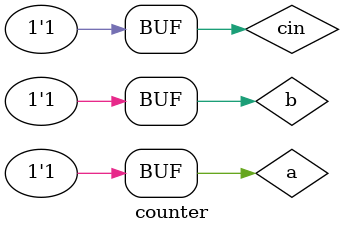
<source format=v>
`timescale 1ns / 1ps


module counter;

	// Inputs
	reg a;
	reg b;
	reg cin;

	// Outputs
	wire sum;
	wire cout;

	// Instantiate the Unit Under Test (UUT)
	count uut (
		.a(a), 
		.b(b), 
		.cin(cin), 
		.sum(sum), 
		.cout(cout)
	);

	initial begin
		// Initialize Inputs
		a = 0;
		b = 0;
		cin = 0;

		#10 a=1;
		#10 cin=1;
		#10 a=0;b=1;cin=0;
		#10 cin=1;
		#10 a=1;cin=0;
		#10 cin=1;
	end
      
endmodule


</source>
